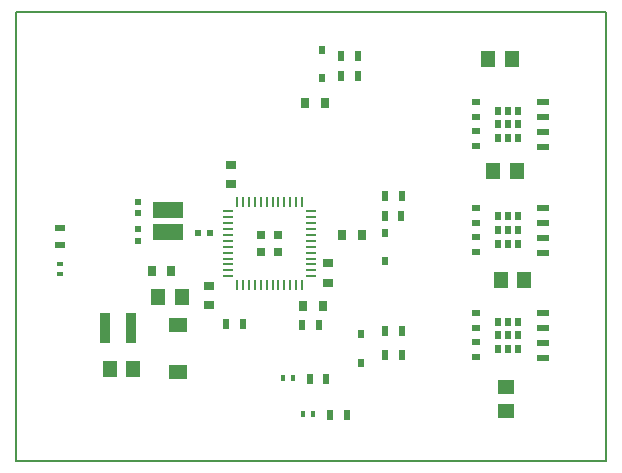
<source format=gtp>
G04 #@! TF.FileFunction,Paste,Top*
%FSLAX46Y46*%
G04 Gerber Fmt 4.6, Leading zero omitted, Abs format (unit mm)*
G04 Created by KiCad (PCBNEW 4.0.6-e0-6349~53~ubuntu16.04.1) date Tue Mar 14 23:45:42 2017*
%MOMM*%
%LPD*%
G01*
G04 APERTURE LIST*
%ADD10C,0.150000*%
%ADD11R,0.900000X2.600000*%
%ADD12R,0.800000X0.900000*%
%ADD13R,2.600000X1.400000*%
%ADD14R,0.300000X0.500000*%
%ADD15R,1.540000X1.300000*%
%ADD16R,0.500000X0.700000*%
%ADD17R,1.250000X1.450000*%
%ADD18R,1.450000X1.250000*%
%ADD19R,0.900000X0.800000*%
%ADD20R,0.550000X0.890000*%
%ADD21R,0.620000X0.620000*%
%ADD22R,0.540000X0.620000*%
%ADD23R,0.740000X0.740000*%
%ADD24O,0.950000X0.150000*%
%ADD25O,0.150000X0.950000*%
%ADD26R,0.890000X0.550000*%
%ADD27R,0.500000X0.300000*%
%ADD28R,0.500000X0.800000*%
%ADD29R,0.800000X0.500000*%
%ADD30R,1.050000X0.600000*%
G04 APERTURE END LIST*
D10*
X135250000Y-116000000D02*
X135250000Y-78000000D01*
X185250000Y-116000000D02*
X135250000Y-116005000D01*
X185250000Y-78000000D02*
X185250000Y-116000000D01*
X135250000Y-78000000D02*
X185250000Y-78000000D01*
D11*
X142800000Y-104750000D03*
X145000000Y-104750000D03*
D12*
X161430000Y-85700000D03*
X159770000Y-85700000D03*
D13*
X148150000Y-96650000D03*
X148150000Y-94750000D03*
D14*
X159550000Y-112055000D03*
X160450000Y-112055000D03*
X157850000Y-109005000D03*
X158750000Y-109005000D03*
D15*
X149000000Y-104485000D03*
X149000000Y-108515000D03*
D16*
X161200000Y-83600000D03*
X161200000Y-81200000D03*
D17*
X175250000Y-82000000D03*
X177250000Y-82000000D03*
D16*
X166500000Y-99105000D03*
X166500000Y-96705000D03*
X164500000Y-105305000D03*
X164500000Y-107705000D03*
D17*
X176300000Y-100700000D03*
X178300000Y-100700000D03*
X143200000Y-108250000D03*
X145200000Y-108250000D03*
X149300000Y-102100000D03*
X147300000Y-102100000D03*
X175700000Y-91500000D03*
X177700000Y-91500000D03*
D18*
X176750000Y-109790000D03*
X176750000Y-111790000D03*
D12*
X148430000Y-99900000D03*
X146770000Y-99900000D03*
D19*
X153500000Y-92580000D03*
X153500000Y-90920000D03*
X151600000Y-101170000D03*
X151600000Y-102830000D03*
D12*
X164530000Y-96925000D03*
X162870000Y-96925000D03*
D19*
X161700000Y-100930000D03*
X161700000Y-99270000D03*
D20*
X164210000Y-81700000D03*
X162790000Y-81700000D03*
X164210000Y-83400000D03*
X162790000Y-83400000D03*
X167910000Y-95305000D03*
X166490000Y-95305000D03*
X167920000Y-93605000D03*
X166500000Y-93605000D03*
X167960000Y-107005000D03*
X166540000Y-107005000D03*
X167960000Y-105005000D03*
X166540000Y-105005000D03*
X163260000Y-112105000D03*
X161840000Y-112105000D03*
X159490000Y-104500000D03*
X160910000Y-104500000D03*
D12*
X159570000Y-102900000D03*
X161230000Y-102900000D03*
D20*
X153090000Y-104400000D03*
X154510000Y-104400000D03*
X161560000Y-109105000D03*
X160140000Y-109105000D03*
D21*
X145600000Y-94050000D03*
X145600000Y-95050000D03*
X145600000Y-97350000D03*
X145600000Y-96350000D03*
D22*
X151740000Y-96700000D03*
X150660000Y-96700000D03*
D23*
X157450000Y-98325000D03*
X156050000Y-98325000D03*
X157450000Y-96925000D03*
D24*
X153225000Y-94875000D03*
X153225000Y-95375000D03*
X153225000Y-95875000D03*
X153225000Y-96375000D03*
X153225000Y-96875000D03*
X153225000Y-97375000D03*
X153225000Y-97875000D03*
X153225000Y-98375000D03*
X153225000Y-98875000D03*
X153225000Y-99375000D03*
X153225000Y-99875000D03*
X153225000Y-100375000D03*
D25*
X154000000Y-101150000D03*
X154500000Y-101150000D03*
X155000000Y-101150000D03*
X155500000Y-101150000D03*
X156000000Y-101150000D03*
X156500000Y-101150000D03*
X157000000Y-101150000D03*
X157500000Y-101150000D03*
X158000000Y-101150000D03*
X158500000Y-101150000D03*
X159000000Y-101150000D03*
X159500000Y-101150000D03*
D24*
X160275000Y-100375000D03*
X160275000Y-99875000D03*
X160275000Y-99375000D03*
X160275000Y-98875000D03*
X160275000Y-98375000D03*
X160275000Y-97875000D03*
X160275000Y-97375000D03*
X160275000Y-96875000D03*
X160275000Y-96375000D03*
X160275000Y-95875000D03*
X160275000Y-95375000D03*
X160275000Y-94875000D03*
D25*
X159500000Y-94100000D03*
X159000000Y-94100000D03*
X158500000Y-94100000D03*
X158000000Y-94100000D03*
X157500000Y-94100000D03*
X157000000Y-94100000D03*
X156500000Y-94100000D03*
X156000000Y-94100000D03*
X155500000Y-94100000D03*
X155000000Y-94100000D03*
X154500000Y-94100000D03*
X154000000Y-94100000D03*
D23*
X156050000Y-96925000D03*
D26*
X139000000Y-96290000D03*
X139000000Y-97710000D03*
D27*
X139000000Y-100200000D03*
X139000000Y-99300000D03*
D28*
X176900000Y-106525000D03*
X177750000Y-106525000D03*
X176050000Y-106525000D03*
X176900000Y-104225000D03*
X177750000Y-104225000D03*
X176050000Y-104225000D03*
X176050000Y-105375000D03*
X177750000Y-105375000D03*
D29*
X174200000Y-107250000D03*
X174200000Y-103500000D03*
X174200000Y-105975000D03*
D30*
X179925000Y-106010000D03*
X179925000Y-107280000D03*
X179925000Y-104740000D03*
X179925000Y-103470000D03*
D29*
X174200000Y-104775000D03*
D28*
X176900000Y-105375000D03*
X176900000Y-97615000D03*
X177750000Y-97615000D03*
X176050000Y-97615000D03*
X176900000Y-95315000D03*
X177750000Y-95315000D03*
X176050000Y-95315000D03*
X176050000Y-96465000D03*
X177750000Y-96465000D03*
D29*
X174200000Y-98340000D03*
X174200000Y-94590000D03*
X174200000Y-97065000D03*
D30*
X179925000Y-97100000D03*
X179925000Y-98370000D03*
X179925000Y-95830000D03*
X179925000Y-94560000D03*
D29*
X174200000Y-95865000D03*
D28*
X176900000Y-96465000D03*
X176900000Y-88650000D03*
X177750000Y-88650000D03*
X176050000Y-88650000D03*
X176900000Y-86350000D03*
X177750000Y-86350000D03*
X176050000Y-86350000D03*
X176050000Y-87500000D03*
X177750000Y-87500000D03*
D29*
X174200000Y-89375000D03*
X174200000Y-85625000D03*
X174200000Y-88100000D03*
D30*
X179925000Y-88135000D03*
X179925000Y-89405000D03*
X179925000Y-86865000D03*
X179925000Y-85595000D03*
D29*
X174200000Y-86900000D03*
D28*
X176900000Y-87500000D03*
M02*

</source>
